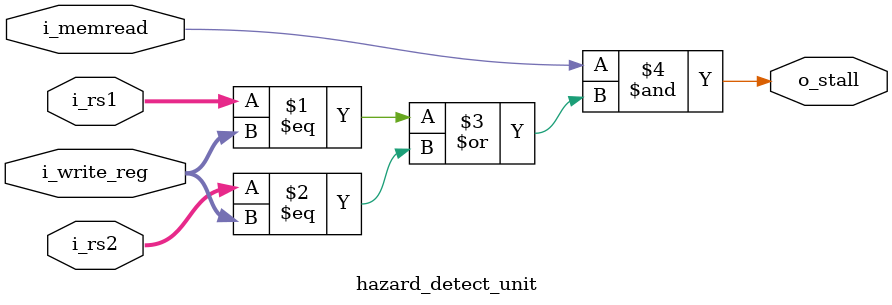
<source format=v>
`timescale 1ns / 1ps

module hazard_detect_unit
(
    input [4:0] i_rs1,
    input [4:0] i_rs2,
    input       i_memread,
    input [4:0] i_write_reg,
    output      o_stall
);

    assign o_stall = (i_memread) & ((i_rs1 == i_write_reg) | (i_rs2 == i_write_reg));
    
endmodule

</source>
